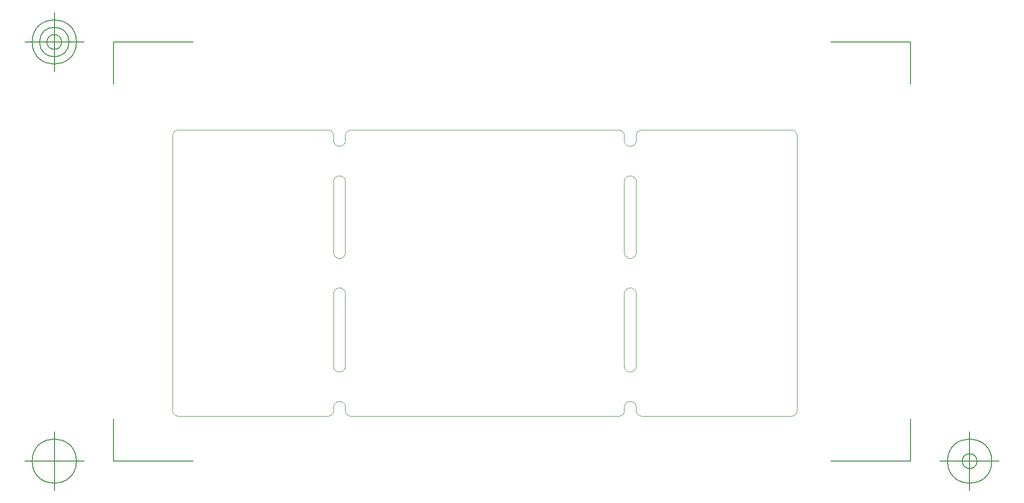
<source format=gbr>
G04 Generated by Ultiboard 11.0 *
%FSLAX25Y25*%
%MOIN*%

%ADD10C,0.00004*%
%ADD11C,0.00500*%


G04 ColorRGB 00FFFF for the following layer *
%LNBoard Outline*%
%LPD*%
%FSLAX25Y25*%
%MOIN*%
G54D10*
X133858Y-155512D02*
X-44291Y-155512D01*
X-44291Y35433D02*
X133858Y35433D01*
X-48228Y984D02*
X-48228Y-46260D01*
X-56102Y-46260D02*
X-56102Y984D01*
X-163386Y31496D02*
X-163386Y-151575D01*
X-60039Y-155512D02*
X-159449Y-155512D01*
X-163386Y-151575D02*
X-163371Y-151918D01*
X-163371Y-151918D02*
X-163326Y-152258D01*
X-163326Y-152258D02*
X-163252Y-152594D01*
X-163252Y-152594D02*
X-163148Y-152921D01*
X-163148Y-152921D02*
X-163017Y-153239D01*
X-163017Y-153239D02*
X-162858Y-153543D01*
X-162858Y-153543D02*
X-162674Y-153833D01*
X-162674Y-153833D02*
X-162465Y-154105D01*
X-162465Y-154105D02*
X-162233Y-154359D01*
X-162233Y-154359D02*
X-161979Y-154591D01*
X-161979Y-154591D02*
X-161707Y-154800D01*
X-161707Y-154800D02*
X-161417Y-154984D01*
X-161417Y-154984D02*
X-161113Y-155143D01*
X-161113Y-155143D02*
X-160795Y-155274D01*
X-160795Y-155274D02*
X-160468Y-155378D01*
X-160468Y-155378D02*
X-160132Y-155452D01*
X-160132Y-155452D02*
X-159792Y-155497D01*
X-159792Y-155497D02*
X-159449Y-155512D01*
X-48228Y-151575D02*
X-48213Y-151918D01*
X-48213Y-151918D02*
X-48169Y-152258D01*
X-48169Y-152258D02*
X-48094Y-152594D01*
X-48094Y-152594D02*
X-47991Y-152921D01*
X-47991Y-152921D02*
X-47859Y-153239D01*
X-47859Y-153239D02*
X-47701Y-153543D01*
X-47701Y-153543D02*
X-47516Y-153833D01*
X-47516Y-153833D02*
X-47307Y-154105D01*
X-47307Y-154105D02*
X-47075Y-154359D01*
X-47075Y-154359D02*
X-46822Y-154591D01*
X-46822Y-154591D02*
X-46550Y-154800D01*
X-46550Y-154800D02*
X-46260Y-154984D01*
X-46260Y-154984D02*
X-45955Y-155143D01*
X-45955Y-155143D02*
X-45638Y-155274D01*
X-45638Y-155274D02*
X-45310Y-155378D01*
X-45310Y-155378D02*
X-44975Y-155452D01*
X-44975Y-155452D02*
X-44634Y-155497D01*
X-44634Y-155497D02*
X-44291Y-155512D01*
X-60039Y-155512D02*
X-59696Y-155497D01*
X-59696Y-155497D02*
X-59356Y-155452D01*
X-59356Y-155452D02*
X-59020Y-155378D01*
X-59020Y-155378D02*
X-58693Y-155274D01*
X-58693Y-155274D02*
X-58376Y-155143D01*
X-58376Y-155143D02*
X-58071Y-154984D01*
X-58071Y-154984D02*
X-57781Y-154800D01*
X-57781Y-154800D02*
X-57509Y-154591D01*
X-57509Y-154591D02*
X-57255Y-154359D01*
X-57255Y-154359D02*
X-57023Y-154105D01*
X-57023Y-154105D02*
X-56814Y-153833D01*
X-56814Y-153833D02*
X-56630Y-153543D01*
X-56630Y-153543D02*
X-56471Y-153239D01*
X-56471Y-153239D02*
X-56340Y-152921D01*
X-56340Y-152921D02*
X-56237Y-152594D01*
X-56237Y-152594D02*
X-56162Y-152258D01*
X-56162Y-152258D02*
X-56117Y-151918D01*
X-56117Y-151918D02*
X-56102Y-151575D01*
X-56102Y-151575D02*
X-56102Y-149606D01*
X-48228Y-149606D02*
X-48228Y-151575D01*
X-48228Y-73819D02*
X-48228Y-122047D01*
X-56102Y-122047D02*
X-56102Y-73819D01*
X-159449Y35433D02*
X-60039Y35433D01*
X-159449Y35433D02*
X-159792Y35418D01*
X-159792Y35418D02*
X-160132Y35373D01*
X-160132Y35373D02*
X-160468Y35299D01*
X-160468Y35299D02*
X-160795Y35196D01*
X-160795Y35196D02*
X-161113Y35064D01*
X-161113Y35064D02*
X-161417Y34906D01*
X-161417Y34906D02*
X-161707Y34721D01*
X-161707Y34721D02*
X-161979Y34512D01*
X-161979Y34512D02*
X-162233Y34280D01*
X-162233Y34280D02*
X-162465Y34027D01*
X-162465Y34027D02*
X-162674Y33754D01*
X-162674Y33754D02*
X-162858Y33465D01*
X-162858Y33465D02*
X-163017Y33160D01*
X-163017Y33160D02*
X-163148Y32843D01*
X-163148Y32843D02*
X-163252Y32515D01*
X-163252Y32515D02*
X-163326Y32180D01*
X-163326Y32180D02*
X-163371Y31839D01*
X-163371Y31839D02*
X-163386Y31496D01*
X-44291Y35433D02*
X-44634Y35418D01*
X-44634Y35418D02*
X-44975Y35373D01*
X-44975Y35373D02*
X-45310Y35299D01*
X-45310Y35299D02*
X-45638Y35196D01*
X-45638Y35196D02*
X-45955Y35064D01*
X-45955Y35064D02*
X-46260Y34906D01*
X-46260Y34906D02*
X-46550Y34721D01*
X-46550Y34721D02*
X-46822Y34512D01*
X-46822Y34512D02*
X-47075Y34280D01*
X-47075Y34280D02*
X-47307Y34027D01*
X-47307Y34027D02*
X-47516Y33754D01*
X-47516Y33754D02*
X-47701Y33465D01*
X-47701Y33465D02*
X-47859Y33160D01*
X-47859Y33160D02*
X-47991Y32843D01*
X-47991Y32843D02*
X-48094Y32515D01*
X-48094Y32515D02*
X-48169Y32180D01*
X-48169Y32180D02*
X-48213Y31839D01*
X-48213Y31839D02*
X-48228Y31496D01*
X-56102Y31496D02*
X-56117Y31839D01*
X-56117Y31839D02*
X-56162Y32180D01*
X-56162Y32180D02*
X-56237Y32515D01*
X-56237Y32515D02*
X-56340Y32843D01*
X-56340Y32843D02*
X-56471Y33160D01*
X-56471Y33160D02*
X-56630Y33465D01*
X-56630Y33465D02*
X-56814Y33754D01*
X-56814Y33754D02*
X-57023Y34027D01*
X-57023Y34027D02*
X-57255Y34280D01*
X-57255Y34280D02*
X-57509Y34512D01*
X-57509Y34512D02*
X-57781Y34721D01*
X-57781Y34721D02*
X-58071Y34906D01*
X-58071Y34906D02*
X-58376Y35064D01*
X-58376Y35064D02*
X-58693Y35196D01*
X-58693Y35196D02*
X-59020Y35299D01*
X-59020Y35299D02*
X-59356Y35373D01*
X-59356Y35373D02*
X-59696Y35418D01*
X-59696Y35418D02*
X-60039Y35433D01*
X-60039Y35433D02*
X-60039Y35433D01*
X-56102Y28543D02*
X-56102Y31496D01*
X-48228Y28543D02*
X-48228Y31496D01*
X137795Y-46260D02*
X137795Y984D01*
X145669Y984D02*
X145669Y-46260D01*
X252953Y-151575D02*
X252953Y31496D01*
X249016Y-155512D02*
X249359Y-155497D01*
X249359Y-155497D02*
X249699Y-155452D01*
X249699Y-155452D02*
X250035Y-155378D01*
X250035Y-155378D02*
X250362Y-155274D01*
X250362Y-155274D02*
X250680Y-155143D01*
X250680Y-155143D02*
X250984Y-154984D01*
X250984Y-154984D02*
X251274Y-154800D01*
X251274Y-154800D02*
X251546Y-154591D01*
X251546Y-154591D02*
X251800Y-154359D01*
X251800Y-154359D02*
X252032Y-154105D01*
X252032Y-154105D02*
X252241Y-153833D01*
X252241Y-153833D02*
X252425Y-153543D01*
X252425Y-153543D02*
X252584Y-153239D01*
X252584Y-153239D02*
X252715Y-152921D01*
X252715Y-152921D02*
X252819Y-152594D01*
X252819Y-152594D02*
X252893Y-152258D01*
X252893Y-152258D02*
X252938Y-151918D01*
X252938Y-151918D02*
X252953Y-151575D01*
X249016Y-155512D02*
X149606Y-155512D01*
X133858Y-155512D02*
X134201Y-155497D01*
X134201Y-155497D02*
X134542Y-155452D01*
X134542Y-155452D02*
X134877Y-155378D01*
X134877Y-155378D02*
X135205Y-155274D01*
X135205Y-155274D02*
X135522Y-155143D01*
X135522Y-155143D02*
X135827Y-154984D01*
X135827Y-154984D02*
X136116Y-154800D01*
X136116Y-154800D02*
X136389Y-154591D01*
X136389Y-154591D02*
X136642Y-154359D01*
X136642Y-154359D02*
X136874Y-154105D01*
X136874Y-154105D02*
X137083Y-153833D01*
X137083Y-153833D02*
X137268Y-153543D01*
X137268Y-153543D02*
X137426Y-153239D01*
X137426Y-153239D02*
X137558Y-152921D01*
X137558Y-152921D02*
X137661Y-152594D01*
X137661Y-152594D02*
X137735Y-152258D01*
X137735Y-152258D02*
X137780Y-151918D01*
X137780Y-151918D02*
X137795Y-151575D01*
X137795Y-151575D02*
X137795Y-149606D01*
X145669Y-151575D02*
X145684Y-151918D01*
X145684Y-151918D02*
X145729Y-152258D01*
X145729Y-152258D02*
X145803Y-152594D01*
X145803Y-152594D02*
X145907Y-152921D01*
X145907Y-152921D02*
X146038Y-153239D01*
X146038Y-153239D02*
X146197Y-153543D01*
X146197Y-153543D02*
X146381Y-153833D01*
X146381Y-153833D02*
X146590Y-154105D01*
X146590Y-154105D02*
X146822Y-154359D01*
X146822Y-154359D02*
X147076Y-154591D01*
X147076Y-154591D02*
X147348Y-154800D01*
X147348Y-154800D02*
X147638Y-154984D01*
X147638Y-154984D02*
X147942Y-155143D01*
X147942Y-155143D02*
X148260Y-155274D01*
X148260Y-155274D02*
X148587Y-155378D01*
X148587Y-155378D02*
X148923Y-155452D01*
X148923Y-155452D02*
X149263Y-155497D01*
X149263Y-155497D02*
X149606Y-155512D01*
X145669Y-149606D02*
X145669Y-151575D01*
X137795Y-73819D02*
X137795Y-122047D01*
X145669Y-122047D02*
X145669Y-73819D01*
X252953Y31496D02*
X252938Y31839D01*
X252938Y31839D02*
X252893Y32180D01*
X252893Y32180D02*
X252819Y32515D01*
X252819Y32515D02*
X252715Y32843D01*
X252715Y32843D02*
X252584Y33160D01*
X252584Y33160D02*
X252425Y33465D01*
X252425Y33465D02*
X252241Y33754D01*
X252241Y33754D02*
X252032Y34027D01*
X252032Y34027D02*
X251800Y34280D01*
X251800Y34280D02*
X251546Y34512D01*
X251546Y34512D02*
X251274Y34721D01*
X251274Y34721D02*
X250984Y34906D01*
X250984Y34906D02*
X250680Y35064D01*
X250680Y35064D02*
X250362Y35196D01*
X250362Y35196D02*
X250035Y35299D01*
X250035Y35299D02*
X249699Y35373D01*
X249699Y35373D02*
X249359Y35418D01*
X249359Y35418D02*
X249016Y35433D01*
X149606Y35433D02*
X249016Y35433D01*
X137795Y28543D02*
X137795Y31496D01*
X137795Y31496D02*
X137780Y31839D01*
X137780Y31839D02*
X137735Y32180D01*
X137735Y32180D02*
X137661Y32515D01*
X137661Y32515D02*
X137558Y32843D01*
X137558Y32843D02*
X137426Y33160D01*
X137426Y33160D02*
X137268Y33465D01*
X137268Y33465D02*
X137083Y33754D01*
X137083Y33754D02*
X136874Y34027D01*
X136874Y34027D02*
X136642Y34280D01*
X136642Y34280D02*
X136389Y34512D01*
X136389Y34512D02*
X136116Y34721D01*
X136116Y34721D02*
X135827Y34906D01*
X135827Y34906D02*
X135522Y35064D01*
X135522Y35064D02*
X135205Y35196D01*
X135205Y35196D02*
X134877Y35299D01*
X134877Y35299D02*
X134542Y35373D01*
X134542Y35373D02*
X134201Y35418D01*
X134201Y35418D02*
X133858Y35433D01*
X149606Y35433D02*
X149263Y35418D01*
X149263Y35418D02*
X148923Y35373D01*
X148923Y35373D02*
X148587Y35299D01*
X148587Y35299D02*
X148260Y35196D01*
X148260Y35196D02*
X147942Y35064D01*
X147942Y35064D02*
X147638Y34906D01*
X147638Y34906D02*
X147348Y34721D01*
X147348Y34721D02*
X147076Y34512D01*
X147076Y34512D02*
X146822Y34280D01*
X146822Y34280D02*
X146590Y34027D01*
X146590Y34027D02*
X146381Y33754D01*
X146381Y33754D02*
X146197Y33465D01*
X146197Y33465D02*
X146038Y33160D01*
X146038Y33160D02*
X145907Y32843D01*
X145907Y32843D02*
X145803Y32515D01*
X145803Y32515D02*
X145729Y32180D01*
X145729Y32180D02*
X145684Y31839D01*
X145684Y31839D02*
X145669Y31496D01*
X145669Y28543D02*
X145669Y31496D01*
X-56102Y-122047D02*
X-56087Y-122390D01*
X-56087Y-122390D02*
X-56043Y-122731D01*
X-56043Y-122731D02*
X-55968Y-123066D01*
X-55968Y-123066D02*
X-55865Y-123394D01*
X-55865Y-123394D02*
X-55733Y-123711D01*
X-55733Y-123711D02*
X-55575Y-124016D01*
X-55575Y-124016D02*
X-55390Y-124305D01*
X-55390Y-124305D02*
X-55181Y-124578D01*
X-55181Y-124578D02*
X-54949Y-124831D01*
X-54949Y-124831D02*
X-54696Y-125063D01*
X-54696Y-125063D02*
X-54424Y-125272D01*
X-54424Y-125272D02*
X-54134Y-125457D01*
X-54134Y-125457D02*
X-53829Y-125615D01*
X-53829Y-125615D02*
X-53512Y-125747D01*
X-53512Y-125747D02*
X-53184Y-125850D01*
X-53184Y-125850D02*
X-52849Y-125924D01*
X-52849Y-125924D02*
X-52508Y-125969D01*
X-52508Y-125969D02*
X-52165Y-125984D01*
X-52165Y-125984D02*
X-51822Y-125969D01*
X-51822Y-125969D02*
X-51482Y-125924D01*
X-51482Y-125924D02*
X-51146Y-125850D01*
X-51146Y-125850D02*
X-50819Y-125747D01*
X-50819Y-125747D02*
X-50501Y-125615D01*
X-50501Y-125615D02*
X-50197Y-125457D01*
X-50197Y-125457D02*
X-49907Y-125272D01*
X-49907Y-125272D02*
X-49635Y-125063D01*
X-49635Y-125063D02*
X-49381Y-124831D01*
X-49381Y-124831D02*
X-49149Y-124578D01*
X-49149Y-124578D02*
X-48940Y-124305D01*
X-48940Y-124305D02*
X-48756Y-124016D01*
X-48756Y-124016D02*
X-48597Y-123711D01*
X-48597Y-123711D02*
X-48466Y-123394D01*
X-48466Y-123394D02*
X-48362Y-123066D01*
X-48362Y-123066D02*
X-48288Y-122731D01*
X-48288Y-122731D02*
X-48243Y-122390D01*
X-48243Y-122390D02*
X-48228Y-122047D01*
X-48228Y-149606D02*
X-48243Y-149263D01*
X-48243Y-149263D02*
X-48288Y-148923D01*
X-48288Y-148923D02*
X-48362Y-148587D01*
X-48362Y-148587D02*
X-48466Y-148260D01*
X-48466Y-148260D02*
X-48597Y-147942D01*
X-48597Y-147942D02*
X-48756Y-147638D01*
X-48756Y-147638D02*
X-48940Y-147348D01*
X-48940Y-147348D02*
X-49149Y-147076D01*
X-49149Y-147076D02*
X-49381Y-146822D01*
X-49381Y-146822D02*
X-49635Y-146590D01*
X-49635Y-146590D02*
X-49907Y-146381D01*
X-49907Y-146381D02*
X-50197Y-146197D01*
X-50197Y-146197D02*
X-50501Y-146038D01*
X-50501Y-146038D02*
X-50819Y-145907D01*
X-50819Y-145907D02*
X-51146Y-145803D01*
X-51146Y-145803D02*
X-51482Y-145729D01*
X-51482Y-145729D02*
X-51822Y-145684D01*
X-51822Y-145684D02*
X-52165Y-145669D01*
X-52165Y-145669D02*
X-52508Y-145684D01*
X-52508Y-145684D02*
X-52849Y-145729D01*
X-52849Y-145729D02*
X-53184Y-145803D01*
X-53184Y-145803D02*
X-53512Y-145907D01*
X-53512Y-145907D02*
X-53829Y-146038D01*
X-53829Y-146038D02*
X-54134Y-146197D01*
X-54134Y-146197D02*
X-54424Y-146381D01*
X-54424Y-146381D02*
X-54696Y-146590D01*
X-54696Y-146590D02*
X-54949Y-146822D01*
X-54949Y-146822D02*
X-55181Y-147076D01*
X-55181Y-147076D02*
X-55390Y-147348D01*
X-55390Y-147348D02*
X-55575Y-147638D01*
X-55575Y-147638D02*
X-55733Y-147942D01*
X-55733Y-147942D02*
X-55865Y-148260D01*
X-55865Y-148260D02*
X-55968Y-148587D01*
X-55968Y-148587D02*
X-56043Y-148923D01*
X-56043Y-148923D02*
X-56087Y-149263D01*
X-56087Y-149263D02*
X-56102Y-149606D01*
X-56102Y-149606D02*
X-56102Y-149606D01*
X-48228Y-73819D02*
X-48243Y-73476D01*
X-48243Y-73476D02*
X-48288Y-73135D01*
X-48288Y-73135D02*
X-48362Y-72800D01*
X-48362Y-72800D02*
X-48466Y-72472D01*
X-48466Y-72472D02*
X-48597Y-72155D01*
X-48597Y-72155D02*
X-48756Y-71850D01*
X-48756Y-71850D02*
X-48940Y-71561D01*
X-48940Y-71561D02*
X-49149Y-71288D01*
X-49149Y-71288D02*
X-49381Y-71035D01*
X-49381Y-71035D02*
X-49635Y-70803D01*
X-49635Y-70803D02*
X-49907Y-70594D01*
X-49907Y-70594D02*
X-50197Y-70409D01*
X-50197Y-70409D02*
X-50501Y-70251D01*
X-50501Y-70251D02*
X-50819Y-70119D01*
X-50819Y-70119D02*
X-51146Y-70016D01*
X-51146Y-70016D02*
X-51482Y-69942D01*
X-51482Y-69942D02*
X-51822Y-69897D01*
X-51822Y-69897D02*
X-52165Y-69882D01*
X-52165Y-69882D02*
X-52508Y-69897D01*
X-52508Y-69897D02*
X-52849Y-69942D01*
X-52849Y-69942D02*
X-53184Y-70016D01*
X-53184Y-70016D02*
X-53512Y-70119D01*
X-53512Y-70119D02*
X-53829Y-70251D01*
X-53829Y-70251D02*
X-54134Y-70409D01*
X-54134Y-70409D02*
X-54424Y-70594D01*
X-54424Y-70594D02*
X-54696Y-70803D01*
X-54696Y-70803D02*
X-54949Y-71035D01*
X-54949Y-71035D02*
X-55181Y-71288D01*
X-55181Y-71288D02*
X-55390Y-71561D01*
X-55390Y-71561D02*
X-55575Y-71850D01*
X-55575Y-71850D02*
X-55733Y-72155D01*
X-55733Y-72155D02*
X-55865Y-72472D01*
X-55865Y-72472D02*
X-55968Y-72800D01*
X-55968Y-72800D02*
X-56043Y-73135D01*
X-56043Y-73135D02*
X-56087Y-73476D01*
X-56087Y-73476D02*
X-56102Y-73819D01*
X-56102Y-73819D02*
X-56102Y-73819D01*
X-56102Y-46260D02*
X-56087Y-46603D01*
X-56087Y-46603D02*
X-56043Y-46943D01*
X-56043Y-46943D02*
X-55968Y-47279D01*
X-55968Y-47279D02*
X-55865Y-47606D01*
X-55865Y-47606D02*
X-55733Y-47924D01*
X-55733Y-47924D02*
X-55575Y-48228D01*
X-55575Y-48228D02*
X-55390Y-48518D01*
X-55390Y-48518D02*
X-55181Y-48790D01*
X-55181Y-48790D02*
X-54949Y-49044D01*
X-54949Y-49044D02*
X-54696Y-49276D01*
X-54696Y-49276D02*
X-54424Y-49485D01*
X-54424Y-49485D02*
X-54134Y-49669D01*
X-54134Y-49669D02*
X-53829Y-49828D01*
X-53829Y-49828D02*
X-53512Y-49959D01*
X-53512Y-49959D02*
X-53184Y-50063D01*
X-53184Y-50063D02*
X-52849Y-50137D01*
X-52849Y-50137D02*
X-52508Y-50182D01*
X-52508Y-50182D02*
X-52165Y-50197D01*
X-52165Y-50197D02*
X-51822Y-50182D01*
X-51822Y-50182D02*
X-51482Y-50137D01*
X-51482Y-50137D02*
X-51146Y-50063D01*
X-51146Y-50063D02*
X-50819Y-49959D01*
X-50819Y-49959D02*
X-50501Y-49828D01*
X-50501Y-49828D02*
X-50197Y-49669D01*
X-50197Y-49669D02*
X-49907Y-49485D01*
X-49907Y-49485D02*
X-49635Y-49276D01*
X-49635Y-49276D02*
X-49381Y-49044D01*
X-49381Y-49044D02*
X-49149Y-48790D01*
X-49149Y-48790D02*
X-48940Y-48518D01*
X-48940Y-48518D02*
X-48756Y-48228D01*
X-48756Y-48228D02*
X-48597Y-47924D01*
X-48597Y-47924D02*
X-48466Y-47606D01*
X-48466Y-47606D02*
X-48362Y-47279D01*
X-48362Y-47279D02*
X-48288Y-46943D01*
X-48288Y-46943D02*
X-48243Y-46603D01*
X-48243Y-46603D02*
X-48228Y-46260D01*
X-48228Y984D02*
X-48243Y1327D01*
X-48243Y1327D02*
X-48288Y1668D01*
X-48288Y1668D02*
X-48362Y2003D01*
X-48362Y2003D02*
X-48466Y2331D01*
X-48466Y2331D02*
X-48597Y2648D01*
X-48597Y2648D02*
X-48756Y2953D01*
X-48756Y2953D02*
X-48940Y3242D01*
X-48940Y3242D02*
X-49149Y3515D01*
X-49149Y3515D02*
X-49381Y3768D01*
X-49381Y3768D02*
X-49635Y4000D01*
X-49635Y4000D02*
X-49907Y4209D01*
X-49907Y4209D02*
X-50197Y4394D01*
X-50197Y4394D02*
X-50501Y4552D01*
X-50501Y4552D02*
X-50819Y4684D01*
X-50819Y4684D02*
X-51146Y4787D01*
X-51146Y4787D02*
X-51482Y4861D01*
X-51482Y4861D02*
X-51822Y4906D01*
X-51822Y4906D02*
X-52165Y4921D01*
X-52165Y4921D02*
X-52508Y4906D01*
X-52508Y4906D02*
X-52849Y4861D01*
X-52849Y4861D02*
X-53184Y4787D01*
X-53184Y4787D02*
X-53512Y4684D01*
X-53512Y4684D02*
X-53829Y4552D01*
X-53829Y4552D02*
X-54134Y4394D01*
X-54134Y4394D02*
X-54424Y4209D01*
X-54424Y4209D02*
X-54696Y4000D01*
X-54696Y4000D02*
X-54949Y3768D01*
X-54949Y3768D02*
X-55181Y3515D01*
X-55181Y3515D02*
X-55390Y3242D01*
X-55390Y3242D02*
X-55575Y2953D01*
X-55575Y2953D02*
X-55733Y2648D01*
X-55733Y2648D02*
X-55865Y2331D01*
X-55865Y2331D02*
X-55968Y2003D01*
X-55968Y2003D02*
X-56043Y1668D01*
X-56043Y1668D02*
X-56087Y1327D01*
X-56087Y1327D02*
X-56102Y984D01*
X-56102Y28543D02*
X-56087Y28200D01*
X-56087Y28200D02*
X-56043Y27860D01*
X-56043Y27860D02*
X-55968Y27524D01*
X-55968Y27524D02*
X-55865Y27197D01*
X-55865Y27197D02*
X-55733Y26879D01*
X-55733Y26879D02*
X-55575Y26575D01*
X-55575Y26575D02*
X-55390Y26285D01*
X-55390Y26285D02*
X-55181Y26013D01*
X-55181Y26013D02*
X-54949Y25759D01*
X-54949Y25759D02*
X-54696Y25527D01*
X-54696Y25527D02*
X-54424Y25318D01*
X-54424Y25318D02*
X-54134Y25134D01*
X-54134Y25134D02*
X-53829Y24975D01*
X-53829Y24975D02*
X-53512Y24844D01*
X-53512Y24844D02*
X-53184Y24740D01*
X-53184Y24740D02*
X-52849Y24666D01*
X-52849Y24666D02*
X-52508Y24621D01*
X-52508Y24621D02*
X-52165Y24606D01*
X-52165Y24606D02*
X-51822Y24621D01*
X-51822Y24621D02*
X-51482Y24666D01*
X-51482Y24666D02*
X-51146Y24740D01*
X-51146Y24740D02*
X-50819Y24844D01*
X-50819Y24844D02*
X-50501Y24975D01*
X-50501Y24975D02*
X-50197Y25134D01*
X-50197Y25134D02*
X-49907Y25318D01*
X-49907Y25318D02*
X-49635Y25527D01*
X-49635Y25527D02*
X-49381Y25759D01*
X-49381Y25759D02*
X-49149Y26013D01*
X-49149Y26013D02*
X-48940Y26285D01*
X-48940Y26285D02*
X-48756Y26575D01*
X-48756Y26575D02*
X-48597Y26879D01*
X-48597Y26879D02*
X-48466Y27197D01*
X-48466Y27197D02*
X-48362Y27524D01*
X-48362Y27524D02*
X-48288Y27860D01*
X-48288Y27860D02*
X-48243Y28200D01*
X-48243Y28200D02*
X-48228Y28543D01*
X137795Y-122047D02*
X137810Y-122390D01*
X137810Y-122390D02*
X137855Y-122731D01*
X137855Y-122731D02*
X137929Y-123066D01*
X137929Y-123066D02*
X138033Y-123394D01*
X138033Y-123394D02*
X138164Y-123711D01*
X138164Y-123711D02*
X138323Y-124016D01*
X138323Y-124016D02*
X138507Y-124305D01*
X138507Y-124305D02*
X138716Y-124578D01*
X138716Y-124578D02*
X138948Y-124831D01*
X138948Y-124831D02*
X139202Y-125063D01*
X139202Y-125063D02*
X139474Y-125272D01*
X139474Y-125272D02*
X139764Y-125457D01*
X139764Y-125457D02*
X140068Y-125615D01*
X140068Y-125615D02*
X140386Y-125747D01*
X140386Y-125747D02*
X140713Y-125850D01*
X140713Y-125850D02*
X141049Y-125924D01*
X141049Y-125924D02*
X141389Y-125969D01*
X141389Y-125969D02*
X141732Y-125984D01*
X141732Y-125984D02*
X142075Y-125969D01*
X142075Y-125969D02*
X142416Y-125924D01*
X142416Y-125924D02*
X142751Y-125850D01*
X142751Y-125850D02*
X143079Y-125747D01*
X143079Y-125747D02*
X143396Y-125615D01*
X143396Y-125615D02*
X143701Y-125457D01*
X143701Y-125457D02*
X143990Y-125272D01*
X143990Y-125272D02*
X144263Y-125063D01*
X144263Y-125063D02*
X144516Y-124831D01*
X144516Y-124831D02*
X144748Y-124578D01*
X144748Y-124578D02*
X144957Y-124305D01*
X144957Y-124305D02*
X145142Y-124016D01*
X145142Y-124016D02*
X145300Y-123711D01*
X145300Y-123711D02*
X145432Y-123394D01*
X145432Y-123394D02*
X145535Y-123066D01*
X145535Y-123066D02*
X145609Y-122731D01*
X145609Y-122731D02*
X145654Y-122390D01*
X145654Y-122390D02*
X145669Y-122047D01*
X145669Y-149606D02*
X145654Y-149263D01*
X145654Y-149263D02*
X145609Y-148923D01*
X145609Y-148923D02*
X145535Y-148587D01*
X145535Y-148587D02*
X145432Y-148260D01*
X145432Y-148260D02*
X145300Y-147942D01*
X145300Y-147942D02*
X145142Y-147638D01*
X145142Y-147638D02*
X144957Y-147348D01*
X144957Y-147348D02*
X144748Y-147076D01*
X144748Y-147076D02*
X144516Y-146822D01*
X144516Y-146822D02*
X144263Y-146590D01*
X144263Y-146590D02*
X143990Y-146381D01*
X143990Y-146381D02*
X143701Y-146197D01*
X143701Y-146197D02*
X143396Y-146038D01*
X143396Y-146038D02*
X143079Y-145907D01*
X143079Y-145907D02*
X142751Y-145803D01*
X142751Y-145803D02*
X142416Y-145729D01*
X142416Y-145729D02*
X142075Y-145684D01*
X142075Y-145684D02*
X141732Y-145669D01*
X141732Y-145669D02*
X141389Y-145684D01*
X141389Y-145684D02*
X141049Y-145729D01*
X141049Y-145729D02*
X140713Y-145803D01*
X140713Y-145803D02*
X140386Y-145907D01*
X140386Y-145907D02*
X140068Y-146038D01*
X140068Y-146038D02*
X139764Y-146197D01*
X139764Y-146197D02*
X139474Y-146381D01*
X139474Y-146381D02*
X139202Y-146590D01*
X139202Y-146590D02*
X138948Y-146822D01*
X138948Y-146822D02*
X138716Y-147076D01*
X138716Y-147076D02*
X138507Y-147348D01*
X138507Y-147348D02*
X138323Y-147638D01*
X138323Y-147638D02*
X138164Y-147942D01*
X138164Y-147942D02*
X138033Y-148260D01*
X138033Y-148260D02*
X137929Y-148587D01*
X137929Y-148587D02*
X137855Y-148923D01*
X137855Y-148923D02*
X137810Y-149263D01*
X137810Y-149263D02*
X137795Y-149606D01*
X137795Y-149606D02*
X137795Y-149606D01*
X145669Y-73819D02*
X145654Y-73476D01*
X145654Y-73476D02*
X145609Y-73135D01*
X145609Y-73135D02*
X145535Y-72800D01*
X145535Y-72800D02*
X145432Y-72472D01*
X145432Y-72472D02*
X145300Y-72155D01*
X145300Y-72155D02*
X145142Y-71850D01*
X145142Y-71850D02*
X144957Y-71561D01*
X144957Y-71561D02*
X144748Y-71288D01*
X144748Y-71288D02*
X144516Y-71035D01*
X144516Y-71035D02*
X144263Y-70803D01*
X144263Y-70803D02*
X143990Y-70594D01*
X143990Y-70594D02*
X143701Y-70409D01*
X143701Y-70409D02*
X143396Y-70251D01*
X143396Y-70251D02*
X143079Y-70119D01*
X143079Y-70119D02*
X142751Y-70016D01*
X142751Y-70016D02*
X142416Y-69942D01*
X142416Y-69942D02*
X142075Y-69897D01*
X142075Y-69897D02*
X141732Y-69882D01*
X141732Y-69882D02*
X141389Y-69897D01*
X141389Y-69897D02*
X141049Y-69942D01*
X141049Y-69942D02*
X140713Y-70016D01*
X140713Y-70016D02*
X140386Y-70119D01*
X140386Y-70119D02*
X140068Y-70251D01*
X140068Y-70251D02*
X139764Y-70409D01*
X139764Y-70409D02*
X139474Y-70594D01*
X139474Y-70594D02*
X139202Y-70803D01*
X139202Y-70803D02*
X138948Y-71035D01*
X138948Y-71035D02*
X138716Y-71288D01*
X138716Y-71288D02*
X138507Y-71561D01*
X138507Y-71561D02*
X138323Y-71850D01*
X138323Y-71850D02*
X138164Y-72155D01*
X138164Y-72155D02*
X138033Y-72472D01*
X138033Y-72472D02*
X137929Y-72800D01*
X137929Y-72800D02*
X137855Y-73135D01*
X137855Y-73135D02*
X137810Y-73476D01*
X137810Y-73476D02*
X137795Y-73819D01*
X137795Y-73819D02*
X137795Y-73819D01*
X137795Y-46260D02*
X137810Y-46603D01*
X137810Y-46603D02*
X137855Y-46943D01*
X137855Y-46943D02*
X137929Y-47279D01*
X137929Y-47279D02*
X138033Y-47606D01*
X138033Y-47606D02*
X138164Y-47924D01*
X138164Y-47924D02*
X138323Y-48228D01*
X138323Y-48228D02*
X138507Y-48518D01*
X138507Y-48518D02*
X138716Y-48790D01*
X138716Y-48790D02*
X138948Y-49044D01*
X138948Y-49044D02*
X139202Y-49276D01*
X139202Y-49276D02*
X139474Y-49485D01*
X139474Y-49485D02*
X139764Y-49669D01*
X139764Y-49669D02*
X140068Y-49828D01*
X140068Y-49828D02*
X140386Y-49959D01*
X140386Y-49959D02*
X140713Y-50063D01*
X140713Y-50063D02*
X141049Y-50137D01*
X141049Y-50137D02*
X141389Y-50182D01*
X141389Y-50182D02*
X141732Y-50197D01*
X141732Y-50197D02*
X142075Y-50182D01*
X142075Y-50182D02*
X142416Y-50137D01*
X142416Y-50137D02*
X142751Y-50063D01*
X142751Y-50063D02*
X143079Y-49959D01*
X143079Y-49959D02*
X143396Y-49828D01*
X143396Y-49828D02*
X143701Y-49669D01*
X143701Y-49669D02*
X143990Y-49485D01*
X143990Y-49485D02*
X144263Y-49276D01*
X144263Y-49276D02*
X144516Y-49044D01*
X144516Y-49044D02*
X144748Y-48790D01*
X144748Y-48790D02*
X144957Y-48518D01*
X144957Y-48518D02*
X145142Y-48228D01*
X145142Y-48228D02*
X145300Y-47924D01*
X145300Y-47924D02*
X145432Y-47606D01*
X145432Y-47606D02*
X145535Y-47279D01*
X145535Y-47279D02*
X145609Y-46943D01*
X145609Y-46943D02*
X145654Y-46603D01*
X145654Y-46603D02*
X145669Y-46260D01*
X145669Y984D02*
X145654Y1327D01*
X145654Y1327D02*
X145609Y1668D01*
X145609Y1668D02*
X145535Y2003D01*
X145535Y2003D02*
X145432Y2331D01*
X145432Y2331D02*
X145300Y2648D01*
X145300Y2648D02*
X145142Y2953D01*
X145142Y2953D02*
X144957Y3242D01*
X144957Y3242D02*
X144748Y3515D01*
X144748Y3515D02*
X144516Y3768D01*
X144516Y3768D02*
X144263Y4000D01*
X144263Y4000D02*
X143990Y4209D01*
X143990Y4209D02*
X143701Y4394D01*
X143701Y4394D02*
X143396Y4552D01*
X143396Y4552D02*
X143079Y4684D01*
X143079Y4684D02*
X142751Y4787D01*
X142751Y4787D02*
X142416Y4861D01*
X142416Y4861D02*
X142075Y4906D01*
X142075Y4906D02*
X141732Y4921D01*
X141732Y4921D02*
X141389Y4906D01*
X141389Y4906D02*
X141049Y4861D01*
X141049Y4861D02*
X140713Y4787D01*
X140713Y4787D02*
X140386Y4684D01*
X140386Y4684D02*
X140068Y4552D01*
X140068Y4552D02*
X139764Y4394D01*
X139764Y4394D02*
X139474Y4209D01*
X139474Y4209D02*
X139202Y4000D01*
X139202Y4000D02*
X138948Y3768D01*
X138948Y3768D02*
X138716Y3515D01*
X138716Y3515D02*
X138507Y3242D01*
X138507Y3242D02*
X138323Y2953D01*
X138323Y2953D02*
X138164Y2648D01*
X138164Y2648D02*
X138033Y2331D01*
X138033Y2331D02*
X137929Y2003D01*
X137929Y2003D02*
X137855Y1668D01*
X137855Y1668D02*
X137810Y1327D01*
X137810Y1327D02*
X137795Y984D01*
X137795Y28543D02*
X137810Y28200D01*
X137810Y28200D02*
X137855Y27860D01*
X137855Y27860D02*
X137929Y27524D01*
X137929Y27524D02*
X138033Y27197D01*
X138033Y27197D02*
X138164Y26879D01*
X138164Y26879D02*
X138323Y26575D01*
X138323Y26575D02*
X138507Y26285D01*
X138507Y26285D02*
X138716Y26013D01*
X138716Y26013D02*
X138948Y25759D01*
X138948Y25759D02*
X139202Y25527D01*
X139202Y25527D02*
X139474Y25318D01*
X139474Y25318D02*
X139764Y25134D01*
X139764Y25134D02*
X140068Y24975D01*
X140068Y24975D02*
X140386Y24844D01*
X140386Y24844D02*
X140713Y24740D01*
X140713Y24740D02*
X141049Y24666D01*
X141049Y24666D02*
X141389Y24621D01*
X141389Y24621D02*
X141732Y24606D01*
X141732Y24606D02*
X142075Y24621D01*
X142075Y24621D02*
X142416Y24666D01*
X142416Y24666D02*
X142751Y24740D01*
X142751Y24740D02*
X143079Y24844D01*
X143079Y24844D02*
X143396Y24975D01*
X143396Y24975D02*
X143701Y25134D01*
X143701Y25134D02*
X143990Y25318D01*
X143990Y25318D02*
X144263Y25527D01*
X144263Y25527D02*
X144516Y25759D01*
X144516Y25759D02*
X144748Y26013D01*
X144748Y26013D02*
X144957Y26285D01*
X144957Y26285D02*
X145142Y26575D01*
X145142Y26575D02*
X145300Y26879D01*
X145300Y26879D02*
X145432Y27197D01*
X145432Y27197D02*
X145535Y27524D01*
X145535Y27524D02*
X145609Y27860D01*
X145609Y27860D02*
X145654Y28200D01*
X145654Y28200D02*
X145669Y28543D01*
G54D11*
X-202756Y-185630D02*
X-202756Y-157657D01*
X-202756Y-185630D02*
X-149606Y-185630D01*
X328740Y-185630D02*
X275591Y-185630D01*
X328740Y-185630D02*
X328740Y-157657D01*
X328740Y94094D02*
X328740Y66122D01*
X328740Y94094D02*
X275591Y94094D01*
X-202756Y94094D02*
X-149606Y94094D01*
X-202756Y94094D02*
X-202756Y66122D01*
X-222441Y-185630D02*
X-261811Y-185630D01*
X-242126Y-205315D02*
X-242126Y-165945D01*
X-256890Y-185630D02*
G75*
D01*
G02X-256890Y-185630I14764J0*
G01*
X348425Y-185630D02*
X387795Y-185630D01*
X368110Y-205315D02*
X368110Y-165945D01*
X353346Y-185630D02*
G75*
D01*
G02X353346Y-185630I14764J0*
G01*
X363189Y-185630D02*
G75*
D01*
G02X363189Y-185630I4921J0*
G01*
X-222441Y94094D02*
X-261811Y94094D01*
X-242126Y74409D02*
X-242126Y113780D01*
X-256890Y94094D02*
G75*
D01*
G02X-256890Y94094I14764J0*
G01*
X-251969Y94094D02*
G75*
D01*
G02X-251969Y94094I9843J0*
G01*
X-247047Y94094D02*
G75*
D01*
G02X-247047Y94094I4921J0*
G01*

M00*

</source>
